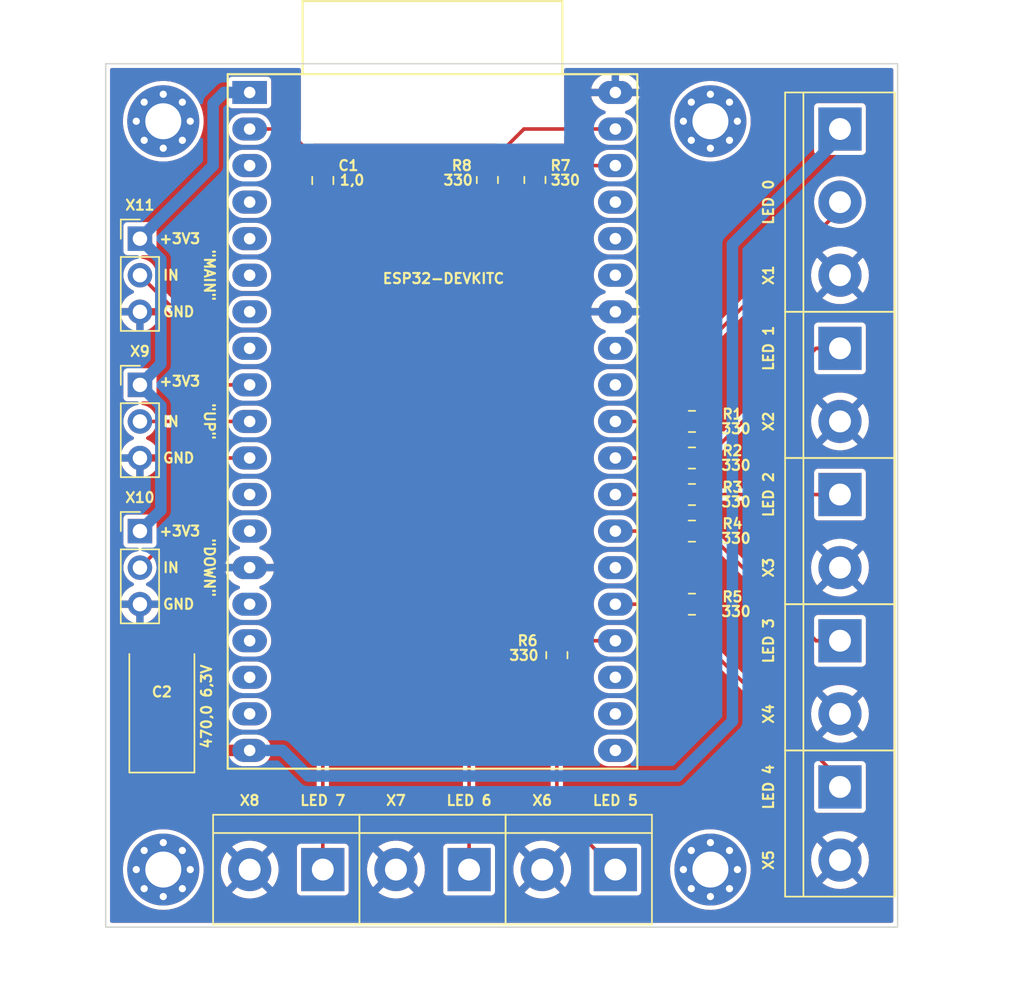
<source format=kicad_pcb>
(kicad_pcb (version 20211014) (generator pcbnew)
  (layers (0 "F.Cu" signal) (31 "B.Cu" signal) (34 "B.Paste" user) (35 "F.Paste" user) (36 "B.SilkS" user "B.Silkscreen") (37 "F.SilkS" user "F.Silkscreen") (38 "B.Mask" user) (39 "F.Mask" user) (44 "Edge.Cuts" user))
  (net 0 "")
  (net 1 "GND")
  (net 2 "Net-(C1-Pad2)")
  (net 4 "+5V")
  (net 6 "DOUT7")
  (net 8 "DOUT6")
  (net 17 "BTN_DOWN")
  (net 19 "BTN_UP")
  (net 20 "DOUT0")
  (net 21 "BTN_MAIN")
  (net 22 "DOUT1")
  (net 24 "DOUT2")
  (net 26 "DOUT3")
  (net 28 "BTN_RESET")
  (net 30 "DOUT4")
  (net 32 "DOUT5")
  (net 36 "+3V3")
  (net 37 "Net-(R1-Pad2)")
  (net 38 "Net-(R2-Pad2)")
  (net 39 "Net-(R3-Pad2)")
  (net 40 "Net-(R4-Pad2)")
  (net 41 "Net-(R5-Pad2)")
  (net 42 "Net-(R6-Pad2)")
  (net 43 "Net-(R7-Pad2)")
  (net 44 "Net-(R8-Pad2)")
  (footprint "MountingHole:MountingHole_2.5mm_Pad_Via" (layer "F.Cu") (at 76.55 126.161)
    (fp_text reference "REF**" hide)
    (fp_text value "MountingHole_2.5mm_Pad_Via")
    (pad "1" thru_hole circle (at 1.325825 -1.325825) (size 0.8 0.8) (drill 0.5) (layers *.Cu *.Mask))
    (pad "1" thru_hole circle (at -1.325825 1.325825) (size 0.8 0.8) (drill 0.5) (layers *.Cu *.Mask))
    (pad "1" thru_hole circle (at 1.875 0) (size 0.8 0.8) (drill 0.5) (layers *.Cu *.Mask))
    (pad "1" thru_hole circle (at 1.325825 1.325825) (size 0.8 0.8) (drill 0.5) (layers *.Cu *.Mask))
    (pad "1" thru_hole circle (at 0 -1.875) (size 0.8 0.8) (drill 0.5) (layers *.Cu *.Mask))
    (pad "1" thru_hole circle (at -1.875 0) (size 0.8 0.8) (drill 0.5) (layers *.Cu *.Mask))
    (pad "1" thru_hole circle (at 0 1.875) (size 0.8 0.8) (drill 0.5) (layers *.Cu *.Mask))
    (pad "1" thru_hole circle (at -1.325825 -1.325825) (size 0.8 0.8) (drill 0.5) (layers *.Cu *.Mask))
    (pad "1" thru_hole circle (at 0 0) (size 5 5) (drill 2.5) (layers *.Cu *.Mask))
  )
  (footprint "esp32:ESP32-DEVKITC" (layer "F.Cu") (at 82.55 72.161)
    (fp_text reference "DD1" hide)
    (fp_text value "ESP32-DEVKITC" (at 13.462 12.929 unlocked) (layer "F.SilkS") (effects (font (size 0.7 0.7))))
    (fp_line (start 21.717 -6.35) (end 21.717 -1.27) (layer "F.SilkS") (width 0.15))
    (fp_line (start 3.683 -6.35) (end 21.717 -6.35) (layer "F.SilkS") (width 0.15))
    (fp_line (start -1.524 46.99) (end 26.924 46.99) (layer "F.SilkS") (width 0.15))
    (fp_line (start 3.683 -6.35) (end 3.683 -1.27) (layer "F.SilkS") (width 0.15))
    (fp_line (start 26.924 -1.27) (end -1.524 -1.27) (layer "F.SilkS") (width 0.15))
    (fp_line (start 26.924 46.99) (end 26.924 -1.27) (layer "F.SilkS") (width 0.15))
    (fp_line (start -1.524 -1.27) (end -1.524 46.99) (layer "F.SilkS") (width 0.15))
    (pad "1" thru_hole rect locked (at 0 0) (size 2.4 1.6) (drill 0.8) (layers *.Cu *.Mask) (net 36 "+3V3"))
    (pad "2" thru_hole oval locked (at 0 2.54) (size 2.4 1.6) (drill 0.8) (layers *.Cu *.Mask) (net 2 "Net-(C1-Pad2)"))
    (pad "3" thru_hole oval locked (at 0 5.08) (size 2.4 1.6) (drill 0.8) (layers *.Cu *.Mask))
    (pad "4" thru_hole oval locked (at 0 7.62) (size 2.4 1.6) (drill 0.8) (layers *.Cu *.Mask))
    (pad "5" thru_hole oval locked (at 0 10.16) (size 2.4 1.6) (drill 0.8) (layers *.Cu *.Mask))
    (pad "6" thru_hole oval locked (at 0 12.7) (size 2.4 1.6) (drill 0.8) (layers *.Cu *.Mask))
    (pad "7" thru_hole oval locked (at 0 15.24) (size 2.4 1.6) (drill 0.8) (layers *.Cu *.Mask))
    (pad "8" thru_hole oval locked (at 0 17.78) (size 2.4 1.6) (drill 0.8) (layers *.Cu *.Mask))
    (pad "9" thru_hole oval locked (at 0 20.32) (size 2.4 1.6) (drill 0.8) (layers *.Cu *.Mask) (net 21 "BTN_MAIN"))
    (pad "10" thru_hole oval locked (at 0 22.86) (size 2.4 1.6) (drill 0.8) (layers *.Cu *.Mask) (net 19 "BTN_UP"))
    (pad "11" thru_hole oval locked (at 0 25.4) (size 2.4 1.6) (drill 0.8) (layers *.Cu *.Mask) (net 17 "BTN_DOWN"))
    (pad "12" thru_hole oval locked (at 0 27.94) (size 2.4 1.6) (drill 0.8) (layers *.Cu *.Mask))
    (pad "13" thru_hole oval locked (at 0 30.48) (size 2.4 1.6) (drill 0.8) (layers *.Cu *.Mask))
    (pad "14" thru_hole oval locked (at 0 33.02) (size 2.4 1.6) (drill 0.8) (layers *.Cu *.Mask) (net 1 "GND"))
    (pad "15" thru_hole oval locked (at 0 35.56) (size 2.4 1.6) (drill 0.8) (layers *.Cu *.Mask))
    (pad "16" thru_hole oval locked (at 0 38.1) (size 2.4 1.6) (drill 0.8) (layers *.Cu *.Mask))
    (pad "17" thru_hole oval locked (at 0 40.64) (size 2.4 1.6) (drill 0.8) (layers *.Cu *.Mask))
    (pad "18" thru_hole oval locked (at 0 43.18) (size 2.4 1.6) (drill 0.8) (layers *.Cu *.Mask))
    (pad "19" thru_hole oval locked (at 0 45.72) (size 2.4 1.6) (drill 0.8) (layers *.Cu *.Mask) (net 4 "+5V"))
    (pad "20" thru_hole oval locked (at 25.4 45.72) (size 2.4 1.6) (drill 0.8) (layers *.Cu *.Mask))
    (pad "21" thru_hole oval locked (at 25.4 43.18) (size 2.4 1.6) (drill 0.8) (layers *.Cu *.Mask))
    (pad "22" thru_hole oval locked (at 25.4 40.64) (size 2.4 1.6) (drill 0.8) (layers *.Cu *.Mask))
    (pad "23" thru_hole oval locked (at 25.4 38.1) (size 2.4 1.6) (drill 0.8) (layers *.Cu *.Mask) (net 32 "DOUT5"))
    (pad "24" thru_hole oval locked (at 25.4 35.56) (size 2.4 1.6) (drill 0.8) (layers *.Cu *.Mask) (net 30 "DOUT4"))
    (pad "25" thru_hole oval locked (at 25.4 33.02) (size 2.4 1.6) (drill 0.8) (layers *.Cu *.Mask) (net 28 "BTN_RESET"))
    (pad "26" thru_hole oval locked (at 25.4 30.48) (size 2.4 1.6) (drill 0.8) (layers *.Cu *.Mask) (net 26 "DOUT3"))
    (pad "27" thru_hole oval locked (at 25.4 27.94) (size 2.4 1.6) (drill 0.8) (layers *.Cu *.Mask) (net 24 "DOUT2"))
    (pad "28" thru_hole oval locked (at 25.4 25.4) (size 2.4 1.6) (drill 0.8) (layers *.Cu *.Mask) (net 22 "DOUT1"))
    (pad "29" thru_hole oval locked (at 25.4 22.86) (size 2.4 1.6) (drill 0.8) (layers *.Cu *.Mask) (net 20 "DOUT0"))
    (pad "30" thru_hole oval locked (at 25.4 20.32) (size 2.4 1.6) (drill 0.8) (layers *.Cu *.Mask))
    (pad "31" thru_hole oval locked (at 25.4 17.78) (size 2.4 1.6) (drill 0.8) (layers *.Cu *.Mask))
    (pad "32" thru_hole oval locked (at 25.4 15.24) (size 2.4 1.6) (drill 0.8) (layers *.Cu *.Mask) (net 1 "GND"))
    (pad "33" thru_hole oval locked (at 25.4 12.7) (size 2.4 1.6) (drill 0.8) (layers *.Cu *.Mask))
    (pad "34" thru_hole oval locked (at 25.4 10.16) (size 2.4 1.6) (drill 0.8) (layers *.Cu *.Mask))
    (pad "35" thru_hole oval locked (at 25.4 7.62) (size 2.4 1.6) (drill 0.8) (layers *.Cu *.Mask))
    (pad "36" thru_hole oval locked (at 25.4 5.08) (size 2.4 1.6) (drill 0.8) (layers *.Cu *.Mask) (net 8 "DOUT6"))
    (pad "37" thru_hole oval locked (at 25.4 2.54) (size 2.4 1.6) (drill 0.8) (layers *.Cu *.Mask) (net 6 "DOUT7"))
    (pad "38" thru_hole oval locked (at 25.4 0) (size 2.4 1.6) (drill 0.8) (layers *.Cu *.Mask) (net 1 "GND"))
  )
  (footprint "Capacitor_SMD:C_0805_2012Metric_Pad1.18x1.45mm_HandSolder" (layer "F.Cu") (at 87.63 78.2785 90)
    (fp_text reference "C1" (at 1.0375 1.778 unlocked) (layer "F.SilkS") (effects (font (size 0.7 0.7))))
    (fp_text value "1,0" (at 0.0215 2.032 unlocked) (layer "F.SilkS") (effects (font (size 0.7 0.7))))
    (fp_line (start -0.261252 0.735) (end 0.261252 0.735) (layer "F.SilkS") (width 0.12))
    (fp_line (start -0.261252 -0.735) (end 0.261252 -0.735) (layer "F.SilkS") (width 0.12))
    (pad "1" smd roundrect (at -1.0375 0 90) (size 1.175 1.45) (layers "F.Cu" "F.Paste" "F.Mask") (roundrect_rratio 0.2127659574) (net 1 "GND"))
    (pad "2" smd roundrect (at 1.0375 0 90) (size 1.175 1.45) (layers "F.Cu" "F.Paste" "F.Mask") (roundrect_rratio 0.2127659574) (net 2 "Net-(C1-Pad2)"))
  )
  (footprint "TerminalBlock:TerminalBlock_bornier-2_P5.08mm" (layer "F.Cu") (at 123.55 89.941 -90)
    (fp_text reference "X2" (at 5.08 4.964 90 unlocked) (layer "F.SilkS") (effects (font (size 0.7 0.7))))
    (fp_text value "LED 1" (at 0 4.964 90 unlocked) (layer "F.SilkS") (effects (font (size 0.7 0.7))))
    (fp_line (start 7.62 -3.81) (end -2.54 -3.81) (layer "F.SilkS") (width 0.12))
    (fp_line (start 7.62 2.54) (end -2.54 2.54) (layer "F.SilkS") (width 0.12))
    (fp_line (start -2.54 3.81) (end 7.62 3.81) (layer "F.SilkS") (width 0.12))
    (fp_line (start -2.54 -3.81) (end -2.54 3.81) (layer "F.SilkS") (width 0.12))
    (fp_line (start 7.62 3.81) (end 7.62 -3.81) (layer "F.SilkS") (width 0.12))
    (pad "1" thru_hole rect (at 0 0 270) (size 3 3) (drill 1.52) (layers *.Cu *.Mask) (net 38 "Net-(R2-Pad2)"))
    (pad "2" thru_hole circle (at 5.08 0 270) (size 3 3) (drill 1.52) (layers *.Cu *.Mask) (net 1 "GND"))
  )
  (footprint "TerminalBlock:TerminalBlock_bornier-2_P5.08mm" (layer "F.Cu") (at 123.55 100.101 -90)
    (fp_text reference "X3" (at 5.08 4.964 90 unlocked) (layer "F.SilkS") (effects (font (size 0.7 0.7))))
    (fp_text value "LED 2" (at 0 4.964 90 unlocked) (layer "F.SilkS") (effects (font (size 0.7 0.7))))
    (fp_line (start -2.54 -3.81) (end -2.54 3.81) (layer "F.SilkS") (width 0.12))
    (fp_line (start 7.62 2.54) (end -2.54 2.54) (layer "F.SilkS") (width 0.12))
    (fp_line (start -2.54 3.81) (end 7.62 3.81) (layer "F.SilkS") (width 0.12))
    (fp_line (start 7.62 -3.81) (end -2.54 -3.81) (layer "F.SilkS") (width 0.12))
    (fp_line (start 7.62 3.81) (end 7.62 -3.81) (layer "F.SilkS") (width 0.12))
    (pad "1" thru_hole rect (at 0 0 270) (size 3 3) (drill 1.52) (layers *.Cu *.Mask) (net 39 "Net-(R3-Pad2)"))
    (pad "2" thru_hole circle (at 5.08 0 270) (size 3 3) (drill 1.52) (layers *.Cu *.Mask) (net 1 "GND"))
  )
  (footprint "TerminalBlock:TerminalBlock_bornier-2_P5.08mm" (layer "F.Cu") (at 87.63 126.161 180)
    (fp_text reference "X8" (at 5.08 4.801 unlocked) (layer "F.SilkS") (effects (font (size 0.7 0.7))))
    (fp_text value "LED 7" (at 0 4.801 unlocked) (layer "F.SilkS") (effects (font (size 0.7 0.7))))
    (fp_line (start -2.54 -3.81) (end -2.54 3.81) (layer "F.SilkS") (width 0.12))
    (fp_line (start -2.54 3.81) (end 7.62 3.81) (layer "F.SilkS") (width 0.12))
    (fp_line (start 7.62 -3.81) (end -2.54 -3.81) (layer "F.SilkS") (width 0.12))
    (fp_line (start 7.62 2.54) (end -2.54 2.54) (layer "F.SilkS") (width 0.12))
    (fp_line (start 7.62 3.81) (end 7.62 -3.81) (layer "F.SilkS") (width 0.12))
    (pad "1" thru_hole rect (at 0 0 180) (size 3 3) (drill 1.52) (layers *.Cu *.Mask) (net 44 "Net-(R8-Pad2)"))
    (pad "2" thru_hole circle (at 5.08 0 180) (size 3 3) (drill 1.52) (layers *.Cu *.Mask) (net 1 "GND"))
  )
  (footprint "Resistor_SMD:R_0805_2012Metric_Pad1.20x1.40mm_HandSolder" (layer "F.Cu") (at 113.268 107.721)
    (fp_text reference "R5" (at 2.81 -0.508 unlocked) (layer "F.SilkS") (effects (font (size 0.7 0.7))))
    (fp_text value "330" (at 3.064 0.508 unlocked) (layer "F.SilkS") (effects (font (size 0.7 0.7))))
    (fp_line (start -0.227064 0.735) (end 0.227064 0.735) (layer "F.SilkS") (width 0.12))
    (fp_line (start -0.227064 -0.735) (end 0.227064 -0.735) (layer "F.SilkS") (width 0.12))
    (pad "1" smd roundrect (at -1 0) (size 1.2 1.4) (layers "F.Cu" "F.Paste" "F.Mask") (roundrect_rratio 0.2083333333) (net 30 "DOUT4"))
    (pad "2" smd roundrect (at 1 0) (size 1.2 1.4) (layers "F.Cu" "F.Paste" "F.Mask") (roundrect_rratio 0.2083333333) (net 41 "Net-(R5-Pad2)"))
  )
  (footprint "MountingHole:MountingHole_2.5mm_Pad_Via" (layer "F.Cu") (at 114.55 126.161)
    (fp_text reference "REF**" hide)
    (fp_text value "MountingHole_2.5mm_Pad_Via")
    (pad "1" thru_hole circle (at -1.875 0) (size 0.8 0.8) (drill 0.5) (layers *.Cu *.Mask))
    (pad "1" thru_hole circle (at 1.325825 1.325825) (size 0.8 0.8) (drill 0.5) (layers *.Cu *.Mask))
    (pad "1" thru_hole circle (at 1.325825 -1.325825) (size 0.8 0.8) (drill 0.5) (layers *.Cu *.Mask))
    (pad "1" thru_hole circle (at 0 -1.875) (size 0.8 0.8) (drill 0.5) (layers *.Cu *.Mask))
    (pad "1" thru_hole circle (at 1.875 0) (size 0.8 0.8) (drill 0.5) (layers *.Cu *.Mask))
    (pad "1" thru_hole circle (at -1.325825 -1.325825) (size 0.8 0.8) (drill 0.5) (layers *.Cu *.Mask))
    (pad "1" thru_hole circle (at 0 0) (size 5 5) (drill 2.5) (layers *.Cu *.Mask))
    (pad "1" thru_hole circle (at -1.325825 1.325825) (size 0.8 0.8) (drill 0.5) (layers *.Cu *.Mask))
    (pad "1" thru_hole circle (at 0 1.875) (size 0.8 0.8) (drill 0.5) (layers *.Cu *.Mask))
  )
  (footprint "Resistor_SMD:R_0805_2012Metric_Pad1.20x1.40mm_HandSolder" (layer "F.Cu") (at 103.886 111.261 -90)
    (fp_text reference "R6" (at -1 2.032 unlocked) (layer "F.SilkS") (effects (font (size 0.7 0.7))))
    (fp_text value "330" (at 0.016 2.286 unlocked) (layer "F.SilkS") (effects (font (size 0.7 0.7))))
    (fp_line (start -0.227064 -0.735) (end 0.227064 -0.735) (layer "F.SilkS") (width 0.12))
    (fp_line (start -0.227064 0.735) (end 0.227064 0.735) (layer "F.SilkS") (width 0.12))
    (pad "1" smd roundrect (at -1 0 270) (size 1.2 1.4) (layers "F.Cu" "F.Paste" "F.Mask") (roundrect_rratio 0.2083333333) (net 32 "DOUT5"))
    (pad "2" smd roundrect (at 1 0 270) (size 1.2 1.4) (layers "F.Cu" "F.Paste" "F.Mask") (roundrect_rratio 0.2083333333) (net 42 "Net-(R6-Pad2)"))
  )
  (footprint "Connector_PinHeader_2.54mm:PinHeader_1x03_P2.54mm_Vertical" (layer "F.Cu") (at 74.93 92.481)
    (fp_text reference "X9" (at 0 -2.33 unlocked) (layer "F.SilkS") (effects (font (size 0.7 0.7))))
    (fp_text value "\"UP\"" (at 4.826 2.54 270 unlocked) (layer "F.SilkS") (effects (font (size 0.7 0.7))))
    (fp_text user "IN" (at 1.524 2.54 unlocked) (layer "F.SilkS") (effects (font (size 0.7 0.7)) (justify left)))
    (fp_text user "GND" (at 1.524 5.08 unlocked) (layer "F.SilkS") (effects (font (size 0.7 0.7)) (justify left)))
    (fp_text user "+3V3" (at 1.27 -0.254 unlocked) (layer "F.SilkS") (effects (font (size 0.7 0.7)) (justify left)))
    (fp_line (start -1.33 -1.33) (end 0 -1.33) (layer "F.SilkS") (width 0.12))
    (fp_line (start -1.33 6.41) (end 1.33 6.41) (layer "F.SilkS") (width 0.12))
    (fp_line (start -1.33 1.27) (end -1.33 6.41) (layer "F.SilkS") (width 0.12))
    (fp_line (start 1.33 1.27) (end 1.33 6.41) (layer "F.SilkS") (width 0.12))
    (fp_line (start -1.33 0) (end -1.33 -1.33) (layer "F.SilkS") (width 0.12))
    (fp_line (start -1.33 1.27) (end 1.33 1.27) (layer "F.SilkS") (width 0.12))
    (pad "1" thru_hole rect (at 0 0) (size 1.7 1.7) (drill 1) (layers *.Cu *.Mask) (net 36 "+3V3"))
    (pad "2" thru_hole oval (at 0 2.54) (size 1.7 1.7) (drill 1) (layers *.Cu *.Mask) (net 19 "BTN_UP"))
    (pad "3" thru_hole oval (at 0 5.08) (size 1.7 1.7) (drill 1) (layers *.Cu *.Mask) (net 1 "GND"))
  )
  (footprint "MountingHole:MountingHole_2.5mm_Pad_Via" (layer "F.Cu") (at 76.55 74.161)
    (fp_text reference "REF**" hide)
    (fp_text value "MountingHole_2.5mm_Pad_Via")
    (pad "1" thru_hole circle (at 1.325825 1.325825) (size 0.8 0.8) (drill 0.5) (layers *.Cu *.Mask))
    (pad "1" thru_hole circle (at 0 1.875) (size 0.8 0.8) (drill 0.5) (layers *.Cu *.Mask))
    (pad "1" thru_hole circle (at -1.325825 1.325825) (size 0.8 0.8) (drill 0.5) (layers *.Cu *.Mask))
    (pad "1" thru_hole circle (at -1.325825 -1.325825) (size 0.8 0.8) (drill 0.5) (layers *.Cu *.Mask))
    (pad "1" thru_hole circle (at 0 0) (size 5 5) (drill 2.5) (layers *.Cu *.Mask))
    (pad "1" thru_hole circle (at 1.325825 -1.325825) (size 0.8 0.8) (drill 0.5) (layers *.Cu *.Mask))
    (pad "1" thru_hole circle (at -1.875 0) (size 0.8 0.8) (drill 0.5) (layers *.Cu *.Mask))
    (pad "1" thru_hole circle (at 1.875 0) (size 0.8 0.8) (drill 0.5) (layers *.Cu *.Mask))
    (pad "1" thru_hole circle (at 0 -1.875) (size 0.8 0.8) (drill 0.5) (layers *.Cu *.Mask))
  )
  (footprint "TerminalBlock:TerminalBlock_bornier-2_P5.08mm" (layer "F.Cu") (at 123.55 120.421 -90)
    (fp_text reference "X5" (at 5.08 4.964 90 unlocked) (layer "F.SilkS") (effects (font (size 0.7 0.7))))
    (fp_text value "LED 4" (at 0 4.964 90 unlocked) (layer "F.SilkS") (effects (font (size 0.7 0.7))))
    (fp_line (start 7.62 3.81) (end 7.62 -3.81) (layer "F.SilkS") (width 0.12))
    (fp_line (start 7.62 -3.81) (end -2.54 -3.81) (layer "F.SilkS") (width 0.12))
    (fp_line (start -2.54 -3.81) (end -2.54 3.81) (layer "F.SilkS") (width 0.12))
    (fp_line (start -2.54 3.81) (end 7.62 3.81) (layer "F.SilkS") (width 0.12))
    (fp_line (start 7.62 2.54) (end -2.54 2.54) (layer "F.SilkS") (width 0.12))
    (pad "1" thru_hole rect (at 0 0 270) (size 3 3) (drill 1.52) (layers *.Cu *.Mask) (net 41 "Net-(R5-Pad2)"))
    (pad "2" thru_hole circle (at 5.08 0 270) (size 3 3) (drill 1.52) (layers *.Cu *.Mask) (net 1 "GND"))
  )
  (footprint "TerminalBlock:TerminalBlock_bornier-3_P5.08mm" (layer "F.Cu") (at 123.55 74.701 -90)
    (fp_text reference "X1" (at 10.16 4.964 90 unlocked) (layer "F.SilkS") (effects (font (size 0.7 0.7))))
    (fp_text value "LED 0" (at 5.08 4.964 90 unlocked) (layer "F.SilkS") (effects (font (size 0.7 0.7))))
    (fp_line (start -2.54 3.81) (end -2.54 -3.81) (layer "F.SilkS") (width 0.12))
    (fp_line (start -2.54 2.54) (end 12.7 2.54) (layer "F.SilkS") (width 0.12))
    (fp_line (start 12.7 3.81) (end 12.7 -3.81) (layer "F.SilkS") (width 0.12))
    (fp_line (start -2.54 -3.81) (end 12.7 -3.81) (layer "F.SilkS") (width 0.12))
    (fp_line (start -2.54 3.81) (end 12.7 3.81) (layer "F.SilkS") (width 0.12))
    (pad "1" thru_hole rect (at 0 0 270) (size 3 3) (drill 1.52) (layers *.Cu *.Mask) (net 4 "+5V"))
    (pad "2" thru_hole circle (at 5.08 0 270) (size 3 3) (drill 1.52) (layers *.Cu *.Mask) (net 37 "Net-(R1-Pad2)"))
    (pad "3" thru_hole circle (at 10.16 0 270) (size 3 3) (drill 1.52) (layers *.Cu *.Mask) (net 1 "GND"))
  )
  (footprint "Capacitor_Tantalum_SMD:CP_EIA-7343-31_Kemet-D_Pad2.25x2.55mm_HandSolder" (layer "F.Cu") (at 76.454 114.833 90)
    (fp_text reference "C2" (at 1.016 0 unlocked) (layer "F.SilkS") (effects (font (size 0.7 0.7))))
    (fp_text value "470,0 6,3V" (at 0 3.1 90 unlocked) (layer "F.SilkS") (effects (font (size 0.7 0.7))))
    (fp_line (start -4.585 2.26) (end 3.65 2.26) (layer "F.SilkS") (width 0.12))
    (fp_line (start 3.65 -2.26) (end -4.585 -2.26) (layer "F.SilkS") (width 0.12))
    (fp_line (start -4.585 -2.26) (end -4.585 2.26) (layer "F.SilkS") (width 0.12))
    (pad "1" smd roundrect (at -3.2 0 90) (size 2.25 2.55) (layers "F.Cu" "F.Paste" "F.Mask") (roundrect_rratio 0.111111) (net 4 "+5V"))
    (pad "2" smd roundrect (at 3.2 0 90) (size 2.25 2.55) (layers "F.Cu" "F.Paste" "F.Mask") (roundrect_rratio 0.111111) (net 1 "GND"))
  )
  (footprint "Resistor_SMD:R_0805_2012Metric_Pad1.20x1.40mm_HandSolder" (layer "F.Cu") (at 102.362 78.241 -90)
    (fp_text reference "R7" (at -1 -1.778 unlocked) (layer "F.SilkS") (effects (font (size 0.7 0.7))))
    (fp_text value "330" (at 0.016 -1.016 unlocked) (layer "F.SilkS") (effects (font (size 0.7 0.7)) (justify left)))
    (fp_line (start -0.227064 -0.735) (end 0.227064 -0.735) (layer "F.SilkS") (width 0.12))
    (fp_line (start -0.227064 0.735) (end 0.227064 0.735) (layer "F.SilkS") (width 0.12))
    (pad "1" smd roundrect (at -1 0 270) (size 1.2 1.4) (layers "F.Cu" "F.Paste" "F.Mask") (roundrect_rratio 0.2083333333) (net 8 "DOUT6"))
    (pad "2" smd roundrect (at 1 0 270) (size 1.2 1.4) (layers "F.Cu" "F.Paste" "F.Mask") (roundrect_rratio 0.2083333333) (net 43 "Net-(R7-Pad2)"))
  )
  (footprint "Resistor_SMD:R_0805_2012Metric_Pad1.20x1.40mm_HandSolder" (layer "F.Cu") (at 113.268 102.641)
    (fp_text reference "R4" (at 2.81 -0.508 unlocked) (layer "F.SilkS") (effects (font (size 0.7 0.7))))
    (fp_text value "330" (at 3.064 0.508 unlocked) (layer "F.SilkS") (effects (font (size 0.7 0.7))))
    (fp_line (start -0.227064 0.735) (end 0.227064 0.735) (layer "F.SilkS") (width 0.12))
    (fp_line (start -0.227064 -0.735) (end 0.227064 -0.735) (layer "F.SilkS") (width 0.12))
    (pad "1" smd roundrect (at -1 0) (size 1.2 1.4) (layers "F.Cu" "F.Paste" "F.Mask") (roundrect_rratio 0.2083333333) (net 26 "DOUT3"))
    (pad "2" smd roundrect (at 1 0) (size 1.2 1.4) (layers "F.Cu" "F.Paste" "F.Mask") (roundrect_rratio 0.2083333333) (net 40 "Net-(R4-Pad2)"))
  )
  (footprint "Resistor_SMD:R_0805_2012Metric_Pad1.20x1.40mm_HandSolder" (layer "F.Cu") (at 113.268 100.101)
    (fp_text reference "R3" (at 2.81 -0.508 unlocked) (layer "F.SilkS") (effects (font (size 0.7 0.7))))
    (fp_text value "330" (at 3.064 0.508 unlocked) (layer "F.SilkS") (effects (font (size 0.7 0.7))))
    (fp_line (start -0.227064 0.735) (end 0.227064 0.735) (layer "F.SilkS") (width 0.12))
    (fp_line (start -0.227064 -0.735) (end 0.227064 -0.735) (layer "F.SilkS") (width 0.12))
    (pad "1" smd roundrect (at -1 0) (size 1.2 1.4) (layers "F.Cu" "F.Paste" "F.Mask") (roundrect_rratio 0.2083333333) (net 24 "DOUT2"))
    (pad "2" smd roundrect (at 1 0) (size 1.2 1.4) (layers "F.Cu" "F.Paste" "F.Mask") (roundrect_rratio 0.2083333333) (net 39 "Net-(R3-Pad2)"))
  )
  (footprint "Resistor_SMD:R_0805_2012Metric_Pad1.20x1.40mm_HandSolder" (layer "F.Cu") (at 113.268 95.021)
    (fp_text reference "R1" (at 2.81 -0.508 unlocked) (layer "F.SilkS") (effects (font (size 0.7 0.7))))
    (fp_text value "330" (at 3.064 0.508 unlocked) (layer "F.SilkS") (effects (font (size 0.7 0.7))))
    (fp_line (start -0.227064 -0.735) (end 0.227064 -0.735) (layer "F.SilkS") (width 0.12))
    (fp_line (start -0.227064 0.735) (end 0.227064 0.735) (layer "F.SilkS") (width 0.12))
    (pad "1" smd roundrect (at -1 0) (size 1.2 1.4) (layers "F.Cu" "F.Paste" "F.Mask") (roundrect_rratio 0.2083333333) (net 20 "DOUT0"))
    (pad "2" smd roundrect (at 1 0) (size 1.2 1.4) (layers "F.Cu" "F.Paste" "F.Mask") (roundrect_rratio 0.2083333333) (net 37 "Net-(R1-Pad2)"))
  )
  (footprint "Connector_PinHeader_2.54mm:PinHeader_1x03_P2.54mm_Vertical" (layer "F.Cu") (at 74.93 82.321)
    (fp_text reference "X11" (at 0 -2.33 unlocked) (layer "F.SilkS") (effects (font (size 0.7 0.7))))
    (fp_text value "\"MAIN\"" (at 4.826 2.54 270 unlocked) (layer "F.SilkS") (effects (font (size 0.7 0.7))))
    (fp_text user "+3V3" (at 1.27 0 unlocked) (layer "F.SilkS") (effects (font (size 0.7 0.7)) (justify left)))
    (fp_text user "IN" (at 1.524 2.54 unlocked) (layer "F.SilkS") (effects (font (size 0.7 0.7)) (justify left)))
    (fp_text user "GND" (at 1.524 5.08 unlocked) (layer "F.SilkS") (effects (font (size 0.7 0.7)) (justify left)))
    (fp_line (start -1.33 6.41) (end 1.33 6.41) (layer "F.SilkS") (width 0.12))
    (fp_line (start -1.33 1.27) (end -1.33 6.41) (layer "F.SilkS") (width 0.12))
    (fp_line (start -1.33 0) (end -1.33 -1.33) (layer "F.SilkS") (width 0.12))
    (fp_line (start -1.33 1.27) (end 1.33 1.27) (layer "F.SilkS") (width 0.12))
    (fp_line (start -1.33 -1.33) (end 0 -1.33) (layer "F.SilkS") (width 0.12))
    (fp_line (start 1.33 1.27) (end 1.33 6.41) (layer "F.SilkS") (width 0.12))
    (pad "1" thru_hole rect (at 0 0) (size 1.7 1.7) (drill 1) (layers *.Cu *.Mask) (net 36 "+3V3"))
    (pad "2" thru_hole oval (at 0 2.54) (size 1.7 1.7) (drill 1) (layers *.Cu *.Mask) (net 21 "BTN_MAIN"))
    (pad "3" thru_hole oval (at 0 5.08) (size 1.7 1.7) (drill 1) (layers *.Cu *.Mask) (net 1 "GND"))
  )
  (footprint "Resistor_SMD:R_0805_2012Metric_Pad1.20x1.40mm_HandSolder" (layer "F.Cu") (at 113.268 97.561)
    (fp_text reference "R2" (at 2.81 -0.508 unlocked) (layer "F.SilkS") (effects (font (size 0.7 0.7))))
    (fp_text value "330" (at 3.064 0.508 unlocked) (layer "F.SilkS") (effects (font (size 0.7 0.7))))
    (fp_line (start -0.227064 -0.735) (end 0.227064 -0.735) (layer "F.SilkS") (width 0.12))
    (fp_line (start -0.227064 0.735) (end 0.227064 0.735) (layer "F.SilkS") (width 0.12))
    (pad "1" smd roundrect (at -1 0) (size 1.2 1.4) (layers "F.Cu" "F.Paste" "F.Mask") (roundrect_rratio 0.2083333333) (net 22 "DOUT1"))
    (pad "2" smd roundrect (at 1 0) (size 1.2 1.4) (layers "F.Cu" "F.Paste" "F.Mask") (roundrect_rratio 0.2083333333) (net 38 "Net-(R2-Pad2)"))
  )
  (footprint "MountingHole:MountingHole_2.5mm_Pad_Via" (layer "F.Cu") (at 114.55 74.161)
    (fp_text reference "REF**" hide)
    (fp_text value "MountingHole_2.5mm_Pad_Via")
    (pad "1" thru_hole circle (at -1.325825 -1.325825) (size 0.8 0.8) (drill 0.5) (layers *.Cu *.Mask))
    (pad "1" thru_hole circle (at -1.875 0) (size 0.8 0.8) (drill 0.5) (layers *.Cu *.Mask))
    (pad "1" thru_hole circle (at 0 1.875) (size 0.8 0.8) (drill 0.5) (layers *.Cu *.Mask))
    (pad "1" thru_hole circle (at 1.325825 -1.325825) (size 0.8 0.8) (drill 0.5) (layers *.Cu *.Mask))
    (pad "1" thru_hole circle (at 0 -1.875) (size 0.8 0.8) (drill 0.5) (layers *.Cu *.Mask))
    (pad "1" thru_hole circle (at -1.325825 1.325825) (size 0.8 0.8) (drill 0.5) (layers *.Cu *.Mask))
    (pad "1" thru_hole circle (at 1.875 0) (size 0.8 0.8) (drill 0.5) (layers *.Cu *.Mask))
    (pad "1" thru_hole circle (at 1.325825 1.325825) (size 0.8 0.8) (drill 0.5) (layers *.Cu *.Mask))
    (pad "1" thru_hole circle (at 0 0) (size 5 5) (drill 2.5) (layers *.Cu *.Mask))
  )
  (footprint "Connector_PinHeader_2.54mm:PinHeader_1x03_P2.54mm_Vertical" (layer "F.Cu") (at 74.93 102.641)
    (fp_text reference "X10" (at 0 -2.33 unlocked) (layer "F.SilkS") (effects (font (size 0.7 0.7))))
    (fp_text value "\"DOWN\"" (at 4.826 2.54 270 unlocked) (layer "F.SilkS") (effects (font (size 0.7 0.7))))
    (fp_text user "GND" (at 1.524 5.08 unlocked) (layer "F.SilkS") (effects (font (size 0.7 0.7)) (justify left)))
    (fp_text user "IN" (at 1.524 2.54 unlocked) (layer "F.SilkS") (effects (font (size 0.7 0.7)) (justify left)))
    (fp_text user "+3V3" (at 1.27 0 unlocked) (layer "F.SilkS") (effects (font (size 0.7 0.7)) (justify left)))
    (fp_line (start -1.33 0) (end -1.33 -1.33) (layer "F.SilkS") (width 0.12))
    (fp_line (start -1.33 6.41) (end 1.33 6.41) (layer "F.SilkS") (width 0.12))
    (fp_line (start -1.33 1.27) (end 1.33 1.27) (layer "F.SilkS") (width 0.12))
    (fp_line (start -1.33 1.27) (end -1.33 6.41) (layer "F.SilkS") (width 0.12))
    (fp_line (start -1.33 -1.33) (end 0 -1.33) (layer "F.SilkS") (width 0.12))
    (fp_line (start 1.33 1.27) (end 1.33 6.41) (layer "F.SilkS") (width 0.12))
    (pad "1" thru_hole rect (at 0 0) (size 1.7 1.7) (drill 1) (layers *.Cu *.Mask) (net 36 "+3V3"))
    (pad "2" thru_hole oval (at 0 2.54) (size 1.7 1.7) (drill 1) (layers *.Cu *.Mask) (net 17 "BTN_DOWN"))
    (pad "3" thru_hole oval (at 0 5.08) (size 1.7 1.7) (drill 1) (layers *.Cu *.Mask) (net 1 "GND"))
  )
  (footprint "TerminalBlock:TerminalBlock_bornier-2_P5.08mm" (layer "F.Cu") (at 97.79 126.161 180)
    (fp_text reference "X7" (at 5.08 4.801 unlocked) (layer "F.SilkS") (effects (font (size 0.7 0.7))))
    (fp_text value "LED 6" (at 0 4.801 unlocked) (layer "F.SilkS") (effects (font (size 0.7 0.7))))
    (fp_line (start 7.62 3.81) (end 7.62 -3.81) (layer "F.SilkS") (width 0.12))
    (fp_line (start -2.54 3.81) (end 7.62 3.81) (layer "F.SilkS") (width 0.12))
    (fp_line (start -2.54 -3.81) (end -2.54 3.81) (layer "F.SilkS") (width 0.12))
    (fp_line (start 7.62 2.54) (end -2.54 2.54) (layer "F.SilkS") (width 0.12))
    (fp_line (start 7.62 -3.81) (end -2.54 -3.81) (layer "F.SilkS") (width 0.12))
    (pad "1" thru_hole rect (at 0 0 180) (size 3 3) (drill 1.52) (layers *.Cu *.Mask) (net 43 "Net-(R7-Pad2)"))
    (pad "2" thru_hole circle (at 5.08 0 180) (size 3 3) (drill 1.52) (layers *.Cu *.Mask) (net 1 "GND"))
  )
  (footprint "TerminalBlock:TerminalBlock_bornier-2_P5.08mm" (layer "F.Cu") (at 123.55 110.261 -90)
    (fp_text reference "X4" (at 5.08 4.964 90 unlocked) (layer "F.SilkS") (effects (font (size 0.7 0.7))))
    (fp_text value "LED 3" (at 0 4.964 90 unlocked) (layer "F.SilkS") (effects (font (size 0.7 0.7))))
    (fp_line (start 7.62 -3.81) (end -2.54 -3.81) (layer "F.SilkS") (width 0.12))
    (fp_line (start 7.62 3.81) (end 7.62 -3.81) (layer "F.SilkS") (width 0.12))
    (fp_line (start -2.54 3.81) (end 7.62 3.81) (layer "F.SilkS") (width 0.12))
    (fp_line (start -2.54 -3.81) (end -2.54 3.81) (layer "F.SilkS") (width 0.12))
    (fp_line (start 7.62 2.54) (end -2.54 2.54) (layer "F.SilkS") (width 0.12))
    (pad "1" thru_hole rect (at 0 0 270) (size 3 3) (drill 1.52) (layers *.Cu *.Mask) (net 40 "Net-(R4-Pad2)"))
    (pad "2" thru_hole circle (at 5.08 0 270) (size 3 3) (drill 1.52) (layers *.Cu *.Mask) (net 1 "GND"))
  )
  (footprint "TerminalBlock:TerminalBlock_bornier-2_P5.08mm" (layer "F.Cu") (at 107.95 126.161 180)
    (fp_text reference "X6" (at 5.08 4.801 unlocked) (layer "F.SilkS") (effects (font (size 0.7 0.7))))
    (fp_text value "LED 5" (at 0 4.801 unlocked) (layer "F.SilkS") (effects (font (size 0.7 0.7))))
    (fp_line (start 7.62 2.54) (end -2.54 2.54) (layer "F.SilkS") (width 0.12))
    (fp_line (start -2.54 -3.81) (end -2.54 3.81) (layer "F.SilkS") (width 0.12))
    (fp_line (start -2.54 3.81) (end 7.62 3.81) (layer "F.SilkS") (width 0.12))
    (fp_line (start 7.62 -3.81) (end -2.54 -3.81) (layer "F.SilkS") (width 0.12))
    (fp_line (start 7.62 3.81) (end 7.62 -3.81) (layer "F.SilkS") (width 0.12))
    (pad "1" thru_hole rect (at 0 0 180) (size 3 3) (drill 1.52) (layers *.Cu *.Mask) (net 42 "Net-(R6-Pad2)"))
    (pad "2" thru_hole circle (at 5.08 0 180) (size 3 3) (drill 1.52) (layers *.Cu *.Mask) (net 1 "GND"))
  )
  (footprint "Resistor_SMD:R_0805_2012Metric_Pad1.20x1.40mm_HandSolder" (layer "F.Cu") (at 99.06 78.241 -90)
    (fp_text reference "R8" (at -1 1.778 unlocked) (layer "F.SilkS") (effects (font (size 0.7 0.7))))
    (fp_text value "330" (at 0.016 2.032 unlocked) (layer "F.SilkS") (effects (font (size 0.7 0.7))))
    (fp_line (start -0.227064 -0.735) (end 0.227064 -0.735) (layer "F.SilkS") (width 0.12))
    (fp_line (start -0.227064 0.735) (end 0.227064 0.735) (layer "F.SilkS") (width 0.12))
    (pad "1" smd roundrect (at -1 0 270) (size 1.2 1.4) (layers "F.Cu" "F.Paste" "F.Mask") (roundrect_rratio 0.2083333333) (net 6 "DOUT7"))
    (pad "2" smd roundrect (at 1 0 270) (size 1.2 1.4) (layers "F.Cu" "F.Paste" "F.Mask") (roundrect_rratio 0.2083333333) (net 44 "Net-(R8-Pad2)"))
  )
  (gr_rect (start 72.55 70.161) (end 127.55 130.161) (layer "Edge.Cuts") (width 0.1) (fill none))
  (segment (start 85.09 74.701) (end 87.63 77.241) (width 0.25) (layer "F.Cu") (net 2))
  (segment (start 82.55 74.701) (end 85.09 74.701) (width 0.25) (layer "F.Cu") (net 2))
  (segment (start 82.55 117.881) (end 76.606 117.881) (width 0.8) (layer "F.Cu") (net 4))
  (segment (start 76.606 117.881) (end 76.454 118.033) (width 0.8) (layer "F.Cu") (net 4))
  (segment (start 84.836 117.881) (end 82.55 117.881) (width 0.8) (layer "B.Cu") (net 4))
  (segment (start 123.55 75.241) (end 116.078 82.713) (width 0.8) (layer "B.Cu") (net 4))
  (segment (start 116.078 115.849) (end 112.268 119.659) (width 0.8) (layer "B.Cu") (net 4))
  (segment (start 123.55 74.701) (end 123.55 75.241) (width 0.8) (layer "B.Cu") (net 4))
  (segment (start 116.078 82.713) (end 116.078 115.849) (width 0.8) (layer "B.Cu") (net 4))
  (segment (start 112.268 119.659) (end 86.614 119.659) (width 0.8) (layer "B.Cu") (net 4))
  (segment (start 86.614 119.659) (end 84.836 117.881) (width 0.8) (layer "B.Cu") (net 4))
  (segment (start 101.6 74.701) (end 107.95 74.701) (width 0.25) (layer "F.Cu") (net 6))
  (segment (start 99.06 77.241) (end 101.6 74.701) (width 0.25) (layer "F.Cu") (net 6))
  (segment (start 102.362 77.241) (end 107.95 77.241) (width 0.25) (layer "F.Cu") (net 8))
  (segment (start 80.493 97.561) (end 79.248 98.806) (width 0.25) (layer "F.Cu") (net 17))
  (segment (start 82.55 97.561) (end 80.493 97.561) (width 0.25) (layer "F.Cu") (net 17))
  (segment (start 79.248 98.806) (end 79.248 100.863) (width 0.25) (layer "F.Cu") (net 17))
  (segment (start 79.248 100.863) (end 74.93 105.181) (width 0.25) (layer "F.Cu") (net 17))
  (segment (start 74.93 95.021) (end 82.55 95.021) (width 0.25) (layer "F.Cu") (net 19))
  (segment (start 107.95 95.021) (end 112.268 95.021) (width 0.25) (layer "F.Cu") (net 20))
  (segment (start 79.248 91.186) (end 80.543 92.481) (width 0.25) (layer "F.Cu") (net 21))
  (segment (start 79.248 89.179) (end 79.248 91.186) (width 0.25) (layer "F.Cu") (net 21))
  (segment (start 82.55 92.481) (end 80.543 92.481) (width 0.25) (layer "F.Cu") (net 21))
  (segment (start 74.93 84.861) (end 79.248 89.179) (width 0.25) (layer "F.Cu") (net 21))
  (segment (start 107.95 97.561) (end 112.268 97.561) (width 0.25) (layer "F.Cu") (net 22))
  (segment (start 107.95 100.101) (end 112.268 100.101) (width 0.25) (layer "F.Cu") (net 24))
  (segment (start 107.95 102.641) (end 112.268 102.641) (width 0.25) (layer "F.Cu") (net 26))
  (segment (start 107.95 107.721) (end 112.268 107.721) (width 0.25) (layer "F.Cu") (net 30))
  (segment (start 103.886 110.261) (end 107.95 110.261) (width 0.25) (layer "F.Cu") (net 32))
  (segment (start 74.93 82.321) (end 76.379511 83.770511) (width 0.8) (layer "B.Cu") (net 36))
  (segment (start 80.01 77.241) (end 80.01 72.923) (width 0.8) (layer "B.Cu") (net 36))
  (segment (start 76.379511 93.930511) (end 76.379511 101.191489) (width 0.8) (layer "B.Cu") (net 36))
  (segment (start 76.379511 83.770511) (end 76.379511 91.031489) (width 0.8) (layer "B.Cu") (net 36))
  (segment (start 76.379511 101.191489) (end 74.93 102.641) (width 0.8) (layer "B.Cu") (net 36))
  (segment (start 74.93 82.321) (end 80.01 77.241) (width 0.8) (layer "B.Cu") (net 36))
  (segment (start 80.772 72.161) (end 82.55 72.161) (width 0.8) (layer "B.Cu") (net 36))
  (segment (start 76.379511 91.031489) (end 74.93 92.481) (width 0.8) (layer "B.Cu") (net 36))
  (segment (start 74.93 92.481) (end 76.379511 93.930511) (width 0.8) (layer "B.Cu") (net 36))
  (segment (start 80.01 72.923) (end 80.772 72.161) (width 0.8) (layer "B.Cu") (net 36))
  (segment (start 123.55 80.321) (end 123.55 79.781) (width 0.25) (layer "F.Cu") (net 37))
  (segment (start 114.268 89.603) (end 123.55 80.321) (width 0.25) (layer "F.Cu") (net 37))
  (segment (start 114.268 95.021) (end 114.268 89.603) (width 0.25) (layer "F.Cu") (net 37))
  (segment (start 114.268 97.561) (end 121.888 89.941) (width 0.25) (layer "F.Cu") (net 38))
  (segment (start 121.888 89.941) (end 123.55 89.941) (width 0.25) (layer "F.Cu") (net 38))
  (segment (start 114.268 100.101) (end 123.55 100.101) (width 0.25) (layer "F.Cu") (net 39))
  (segment (start 114.268 102.641) (end 121.888 110.261) (width 0.25) (layer "F.Cu") (net 40))
  (segment (start 121.888 110.261) (end 123.55 110.261) (width 0.25) (layer "F.Cu") (net 40))
  (segment (start 123.55 119.881) (end 114.268 110.599) (width 0.25) (layer "F.Cu") (net 41))
  (segment (start 114.268 110.599) (end 114.268 107.721) (width 0.25) (layer "F.Cu") (net 41))
  (segment (start 123.55 120.421) (end 123.55 119.881) (width 0.25) (layer "F.Cu") (net 41))
  (segment (start 103.886 122.097) (end 107.95 126.161) (width 0.25) (layer "F.Cu") (net 42))
  (segment (start 103.886 112.261) (end 103.886 122.097) (width 0.25) (layer "F.Cu") (net 42))
  (segment (start 97.79 83.813) (end 97.79 126.161) (width 0.25) (layer "F.Cu") (net 43))
  (segment (start 102.362 79.241) (end 97.79 83.813) (width 0.25) (layer "F.Cu") (net 43))
  (segment (start 87.63 90.671) (end 87.63 126.161) (width 0.25) (layer "F.Cu") (net 44))
  (segment (start 99.06 79.241) (end 87.63 90.671) (width 0.25) (layer "F.Cu") (net 44))
  (zone (net 0) (net_name "") (layers F&B.Cu) (connect_pads (clearance 0)) (min_thickness 0.254)
    (keepout (tracks allowed) (vias allowed) (pads allowed) (copperpour not_allowed) (footprints allowed))
    (fill (thermal_gap 0.508) (thermal_bridge_width 0.508))
    (polygon (pts (xy 104.394 75.717) (xy 86.106 75.717) (xy 86.106 70.129) (xy 104.394 70.129)))
  )
  (zone (net 1) (net_name "GND") (layers F&B.Cu) (connect_pads (clearance 0.3)) (min_thickness 0.254) (fill yes (thermal_gap 0.508) (thermal_bridge_width 0.508))
    (polygon (pts (xy 127.55 130.161) (xy 72.55 130.161) (xy 72.55 70.161) (xy 127.55 70.161)))
  )
)
</source>
